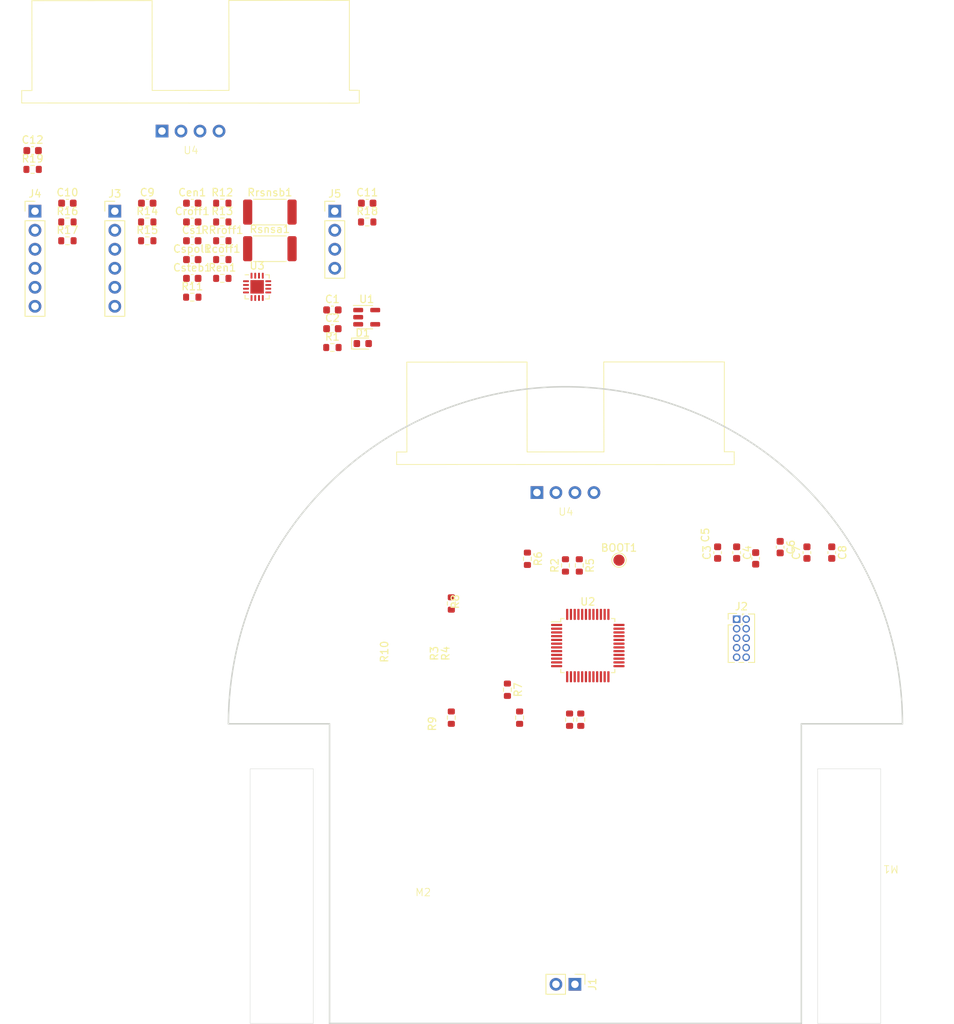
<source format=kicad_pcb>
(kicad_pcb (version 20221018) (generator pcbnew)
  (layers (0 "F.Cu" signal) (31 "B.Cu" signal) (34 "B.Paste" user) (35 "F.Paste" user) (36 "B.SilkS" user "B.Silkscreen") (37 "F.SilkS" user "F.Silkscreen") (38 "B.Mask" user) (39 "F.Mask" user) (44 "Edge.Cuts" user))
  (net 0 "")
  (net 1 "+3.3V")
  (net 2 "GND")
  (net 3 "+BATT")
  (net 4 "Net-(D1-K)")
  (net 5 "/mcu/IN_B2")
  (net 6 "Net-(U3-EN{slash}FLT)")
  (net 7 "/mcu/BOOT0")
  (net 8 "Net-(Croff1-Pad1)")
  (net 9 "/mcu/TIM15_CH1")
  (net 10 "Net-(U3-VS)")
  (net 11 "/mcu/TIM15_CH2")
  (net 12 "Net-(U3-STBY{slash}RESET)")
  (net 13 "/mcu/OUT_A4")
  (net 14 "Net-(D1-A)")
  (net 15 "/mcu/OUT_A5")
  (net 16 "/mcu/OUT_B0")
  (net 18 "/mcu/OUT_B1")
  (net 20 "/motorA/MA")
  (net 21 "/mcu/OUT_B9")
  (net 22 "/motorB/MA")
  (net 23 "/mcu/TIM3_CH1")
  (net 24 "/mcu/TIM2_CH1")
  (net 25 "/mcu/TIM3_CH2")
  (net 26 "/mcu/TIM2_CH2")
  (net 27 "/mcu/TIM8_CH2")
  (net 28 "Net-(U4-ECHO)")
  (net 29 "Net-(J5-Pin_3)")
  (net 30 "/external_uart/EXT_UART_RX")
  (net 31 "Net-(U2-PB0)")
  (net 32 "Net-(U2-PB1)")
  (net 33 "Net-(U2-PB6)")
  (net 34 "/mcu/~{RESET}")
  (net 35 "Net-(U2-PB9)")
  (net 36 "Net-(U2-PA2)")
  (net 37 "Net-(U2-PA3)")
  (net 38 "Net-(U2-PA4)")
  (net 39 "Net-(U2-PA5)")
  (net 41 "Net-(U3-REF)")
  (net 42 "/external_uart/EXT_UART_TX")
  (net 43 "Net-(U3-TOFF)")
  (net 45 "Net-(U3-SENSEB)")
  (net 46 "/mcu/SWDIO")
  (net 47 "Net-(U3-SENSEA)")
  (net 49 "/mcu/SWDCLK")
  (net 51 "/mcu/SWO")
  (net 54 "+3V3")
  (footprint "Package_QFP:LQFP-48_7x7mm_P0.5mm" (layer "F.Cu") (at 152.985 89.55)
    (fp_text reference "U2" (at 0 -5.85) (layer "F.SilkS"))
    (fp_text value "STM32F030C8Tx")
    (fp_line (start -3.61 -3.61) (end -3.61 -3.16) (stroke (width 0.12)) (layer "F.SilkS"))
    (fp_line (start -3.61 -3.16) (end -4.9 -3.16) (stroke (width 0.12)) (layer "F.SilkS"))
    (fp_line (start -3.61 3.61) (end -3.61 3.16) (stroke (width 0.12)) (layer "F.SilkS"))
    (fp_line (start -3.16 -3.61) (end -3.61 -3.61) (stroke (width 0.12)) (layer "F.SilkS"))
    (fp_line (start -3.16 3.61) (end -3.61 3.61) (stroke (width 0.12)) (layer "F.SilkS"))
    (fp_line (start 3.16 -3.61) (end 3.61 -3.61) (stroke (width 0.12)) (layer "F.SilkS"))
    (fp_line (start 3.16 3.61) (end 3.61 3.61) (stroke (width 0.12)) (layer "F.SilkS"))
    (fp_line (start 3.61 -3.61) (end 3.61 -3.16) (stroke (width 0.12)) (layer "F.SilkS"))
    (fp_line (start 3.61 3.61) (end 3.61 3.16) (stroke (width 0.12)) (layer "F.SilkS"))
    (pad "1" smd roundrect (at -4.1625 -2.75) (size 1.475 0.3) (layers "F.Cu" "F.Paste" "F.Mask") (net 1 "+3.3V"))
    (pad "2" smd roundrect (at -4.1625 -2.25) (size 1.475 0.3) (layers "F.Cu" "F.Paste" "F.Mask"))
    (pad "3" smd roundrect (at -4.1625 -1.75) (size 1.475 0.3) (layers "F.Cu" "F.Paste" "F.Mask"))
    (pad "4" smd roundrect (at -4.1625 -1.25) (size 1.475 0.3) (layers "F.Cu" "F.Paste" "F.Mask"))
    (pad "5" smd roundrect (at -4.1625 -0.75) (size 1.475 0.3) (layers "F.Cu" "F.Paste" "F.Mask"))
    (pad "6" smd roundrect (at -4.1625 -0.25) (size 1.475 0.3) (layers "F.Cu" "F.Paste" "F.Mask"))
    (pad "7" smd roundrect (at -4.1625 0.25) (size 1.475 0.3) (layers "F.Cu" "F.Paste" "F.Mask") (net 34 "/mcu/~{RESET}"))
    (pad "8" smd roundrect (at -4.1625 0.75) (size 1.475 0.3) (layers "F.Cu" "F.Paste" "F.Mask") (net 3 "+BATT"))
    (pad "9" smd roundrect (at -4.1625 1.25) (size 1.475 0.3) (layers "F.Cu" "F.Paste" "F.Mask") (net 1 "+3.3V"))
    (pad "10" smd roundrect (at -4.1625 1.75) (size 1.475 0.3) (layers "F.Cu" "F.Paste" "F.Mask") (net 24 "/mcu/TIM2_CH1"))
    (pad "11" smd roundrect (at -4.1625 2.25) (size 1.475 0.3) (layers "F.Cu" "F.Paste" "F.Mask") (net 26 "/mcu/TIM2_CH2"))
    (pad "12" smd roundrect (at -4.1625 2.75) (size 1.475 0.3) (layers "F.Cu" "F.Paste" "F.Mask") (net 36 "Net-(U2-PA2)"))
    (pad "13" smd roundrect (at -2.75 4.1625) (size 0.3 1.475) (layers "F.Cu" "F.Paste" "F.Mask") (net 37 "Net-(U2-PA3)"))
    (pad "14" smd roundrect (at -2.25 4.1625) (size 0.3 1.475) (layers "F.Cu" "F.Paste" "F.Mask") (net 38 "Net-(U2-PA4)"))
    (pad "15" smd roundrect (at -1.75 4.1625) (size 0.3 1.475) (layers "F.Cu" "F.Paste" "F.Mask") (net 39 "Net-(U2-PA5)"))
    (pad "16" smd roundrect (at -1.25 4.1625) (size 0.3 1.475) (layers "F.Cu" "F.Paste" "F.Mask") (net 23 "/mcu/TIM3_CH1"))
    (pad "17" smd roundrect (at -0.75 4.1625) (size 0.3 1.475) (layers "F.Cu" "F.Paste" "F.Mask") (net 25 "/mcu/TIM3_CH2"))
    (pad "18" smd roundrect (at -0.25 4.1625) (size 0.3 1.475) (layers "F.Cu" "F.Paste" "F.Mask") (net 31 "Net-(U2-PB0)"))
    (pad "19" smd roundrect (at 0.25 4.1625) (size 0.3 1.475) (layers "F.Cu" "F.Paste" "F.Mask") (net 32 "Net-(U2-PB1)"))
    (pad "20" smd roundrect (at 0.75 4.1625) (size 0.3 1.475) (layers "F.Cu" "F.Paste" "F.Mask") (net 5 "/mcu/IN_B2"))
    (pad "21" smd roundrect (at 1.25 4.1625) (size 0.3 1.475) (layers "F.Cu" "F.Paste" "F.Mask"))
    (pad "22" smd roundrect (at 1.75 4.1625) (size 0.3 1.475) (layers "F.Cu" "F.Paste" "F.Mask"))
    (pad "23" smd roundrect (at 2.25 4.1625) (size 0.3 1.475) (layers "F.Cu" "F.Paste" "F.Mask") (net 3 "+BATT"))
    (pad "24" smd roundrect (at 2.75 4.1625) (size 0.3 1.475) (layers "F.Cu" "F.Paste" "F.Mask") (net 1 "+3.3V"))
    (pad "25" smd roundrect (at 4.1625 2.75) (size 1.475 0.3) (layers "F.Cu" "F.Paste" "F.Mask"))
    (pad "26" smd roundrect (at 4.1625 2.25) (size 1.475 0.3) (layers "F.Cu" "F.Paste" "F.Mask"))
    (pad "27" smd roundrect (at 4.1625 1.75) (size 1.475 0.3) (layers "F.Cu" "F.Paste" "F.Mask"))
    (pad "28" smd roundrect (at 4.1625 1.25) (size 1.475 0.3) (layers "F.Cu" "F.Paste" "F.Mask"))
    (pad "29" smd roundrect (at 4.1625 0.75) (size 1.475 0.3) (layers "F.Cu" "F.Paste" "F.Mask"))
    (pad "30" smd roundrect (at 4.1625 0.25) (size 1.475 0.3) (layers "F.Cu" "F.Paste" "F.Mask"))
    (pad "31" smd roundrect (at 4.1625 -0.25) (size 1.475 0.3) (layers "F.Cu" "F.Paste" "F.Mask"))
    (pad "32" smd roundrect (at 4.1625 -0.75) (size 1.475 0.3) (layers "F.Cu" "F.Paste" "F.Mask"))
    (pad "33" smd roundrect (at 4.1625 -1.25) (size 1.475 0.3) (layers "F.Cu" "F.Paste" "F.Mask"))
    (pad "34" smd roundrect (at 4.1625 -1.75) (size 1.475 0.3) (layers "F.Cu" "F.Paste" "F.Mask") (net 46 "/mcu/SWDIO"))
    (pad "35" smd roundrect (at 4.1625 -2.25) (size 1.475 0.3) (layers "F.Cu" "F.Paste" "F.Mask"))
    (pad "36" smd roundrect (at 4.1625 -2.75) (size 1.475 0.3) (layers "F.Cu" "F.Paste" "F.Mask"))
    (pad "37" smd roundrect (at 2.75 -4.1625) (size 0.3 1.475) (layers "F.Cu" "F.Paste" "F.Mask") (net 49 "/mcu/SWDCLK"))
    (pad "38" smd roundrect (at 2.25 -4.1625) (size 0.3 1.475) (layers "F.Cu" "F.Paste" "F.Mask"))
    (pad "39" smd roundrect (at 1.75 -4.1625) (size 0.3 1.475) (layers "F.Cu" "F.Paste" "F.Mask") (net 51 "/mcu/SWO"))
    (pad "40" smd roundrect (at 1.25 -4.1625) (size 0.3 1.475) (layers "F.Cu" "F.Paste" "F.Mask"))
    (pad "41" smd roundrect (at 0.75 -4.1625) (size 0.3 1.475) (layers "F.Cu" "F.Paste" "F.Mask"))
    (pad "42" smd roundrect (at 0.25 -4.1625) (size 0.3 1.475) (layers "F.Cu" "F.Paste" "F.Mask") (net 33 "Net-(U2-PB6)"))
    (pad "43" smd roundrect (at -0.25 -4.1625) (size 0.3 1.475) (layers "F.Cu" "F.Paste" "F.Mask") (net 42 "/external_uart/EXT_UART_TX"))
    (pad "44" smd roundrect (at -0.75 -4.1625) (size 0.3 1.475) (layers "F.Cu" "F.Paste" "F.Mask") (net 7 "/mcu/BOOT0"))
    (pad "45" smd roundrect (at -1.25 -4.1625) (size 0.3 1.475) (layers "F.Cu" "F.Paste" "F.Mask") (net 27 "/mcu/TIM8_CH2"))
    (pad "46" smd roundrect (at -1.75 -4.1625) (size 0.3 1.475) (layers "F.Cu" "F.Paste" "F.Mask") (net 35 "Net-(U2-PB9)"))
    (pad "47" smd roundrect (at -2.25 -4.1625) (size 0.3 1.475) (layers "F.Cu" "F.Paste" "F.Mask") (net 3 "+BATT"))
    (pad "48" smd roundrect (at -2.75 -4.1625) (size 0.3 1.475) (layers "F.Cu" "F.Paste" "F.Mask") (net 1 "+3.3V"))
  )
  (footprint "Resistor_SMD:R_0603_1608Metric" (layer "F.Cu") (at 150 78.855 90)
    (fp_text reference "R2" (at 0 -1.43 90) (layer "F.SilkS"))
    (fp_text value "10k")
    (fp_line (start -0.237258 -0.5225) (end 0.237258 -0.5225) (stroke (width 0.12)) (layer "F.SilkS"))
    (fp_line (start -0.237258 0.5225) (end 0.237258 0.5225) (stroke (width 0.12)) (layer "F.SilkS"))
    (pad "1" smd roundrect (at -0.825 0 90) (size 0.8 0.95) (layers "F.Cu" "F.Paste" "F.Mask") (net 7 "/mcu/BOOT0"))
    (pad "2" smd roundrect (at 0.825 0 90) (size 0.8 0.95) (layers "F.Cu" "F.Paste" "F.Mask") (net 3 "+BATT"))
  )
  (footprint "minimouse:N20_with_encoder" (layer "F.Cu") (at 131 123)
    (fp_text reference "M2" (at 0 -0.5 unlocked) (layer "F.SilkS") (effects (font (thickness 0.1))))
    (fp_text value "N20_encoder")
    (fp_rect (start -23.1 -17) (end -14.67 17) (stroke (width 0.05)) (fill none) (layer "Edge.Cuts"))
    (pad "" np_thru_hole circle locked (at 0 -9) (size 1 1) (drill 2.2) (layers "F&B.Cu" "*.Mask"))
    (pad "" np_thru_hole circle locked (at 0 9) (size 1 1) (drill 2.2) (layers "F&B.Cu" "*.Mask"))
  )
  (footprint "Capacitor_SMD:C_0603_1608Metric" (layer "F.Cu") (at 100.1725 35.51)
    (fp_text reference "Cs1" (at 0 -1.43) (layer "F.SilkS"))
    (fp_text value "2.2uF")
    (fp_line (start -0.14058 -0.51) (end 0.14058 -0.51) (stroke (width 0.12)) (layer "F.SilkS"))
    (fp_line (start -0.14058 0.51) (end 0.14058 0.51) (stroke (width 0.12)) (layer "F.SilkS"))
    (pad "1" smd roundrect (at -0.775 0) (size 0.9 0.95) (layers "F.Cu" "F.Paste" "F.Mask") (net 10 "Net-(U3-VS)"))
    (pad "2" smd roundrect (at 0.775 0) (size 0.9 0.95) (layers "F.Cu" "F.Paste" "F.Mask") (net 3 "+BATT"))
  )
  (footprint "TestPoint:TestPoint_Pad_D1.5mm" (layer "F.Cu") (at 157.15 78.15)
    (fp_text reference "BOOT1" (at 0 -1.648) (layer "F.SilkS"))
    (fp_text value "TestPoint")
    (fp_circle (center 0 0) (end 0 0.95) (stroke (width 0.12)) (fill none) (layer "F.SilkS"))
    (pad "1" smd circle (at 0 0) (size 1.5 1.5) (layers "F.Cu" "F.Mask") (net 7 "/mcu/BOOT0"))
  )
  (footprint "Capacitor_SMD:C_0603_1608Metric" (layer "F.Cu") (at 78.8525 23.47)
    (fp_text reference "C12" (at 0 -1.43) (layer "F.SilkS"))
    (fp_text value "2.2uF")
    (fp_line (start -0.14058 -0.51) (end 0.14058 -0.51) (stroke (width 0.12)) (layer "F.SilkS"))
    (fp_line (start -0.14058 0.51) (end 0.14058 0.51) (stroke (width 0.12)) (layer "F.SilkS"))
    (pad "1" smd roundrect (at -0.775 0) (size 0.9 0.95) (layers "F.Cu" "F.Paste" "F.Mask") (net 1 "+3.3V"))
    (pad "2" smd roundrect (at 0.775 0) (size 0.9 0.95) (layers "F.Cu" "F.Paste" "F.Mask") (net 3 "+BATT"))
  )
  (footprint "Resistor_SMD:R_0603_1608Metric" (layer "F.Cu") (at 104.1825 30.49)
    (fp_text reference "R12" (at 0 -1.43) (layer "F.SilkS"))
    (fp_text value "R")
    (fp_line (start -0.237258 -0.5225) (end 0.237258 -0.5225) (stroke (width 0.12)) (layer "F.SilkS"))
    (fp_line (start -0.237258 0.5225) (end 0.237258 0.5225) (stroke (width 0.12)) (layer "F.SilkS"))
    (pad "1" smd roundrect (at -0.825 0) (size 0.8 0.95) (layers "F.Cu" "F.Paste" "F.Mask"))
    (pad "2" smd roundrect (at 0.825 0) (size 0.8 0.95) (layers "F.Cu" "F.Paste" "F.Mask") (net 41 "Net-(U3-REF)"))
  )
  (footprint "Resistor_SMD:R_0603_1608Metric" (layer "F.Cu") (at 134.76 99.175 -90)
    (fp_text reference "R9" (at 0.825 2.54 90) (layer "F.SilkS"))
    (fp_text value "100")
    (fp_line (start -0.237258 -0.5225) (end 0.237258 -0.5225) (stroke (width 0.12)) (layer "F.SilkS"))
    (fp_line (start -0.237258 0.5225) (end 0.237258 0.5225) (stroke (width 0.12)) (layer "F.SilkS"))
    (pad "1" smd roundrect (at -0.825 0 270) (size 0.8 0.95) (layers "F.Cu" "F.Paste" "F.Mask") (net 38 "Net-(U2-PA4)"))
    (pad "2" smd roundrect (at 0.825 0 270) (size 0.8 0.95) (layers "F.Cu" "F.Paste" "F.Mask") (net 13 "/mcu/OUT_A4"))
  )
  (footprint "Connector_PinHeader_2.54mm:PinHeader_1x06_P2.54mm_Vertical" (layer "F.Cu") (at 89.8325 31.56)
    (fp_text reference "J3" (at 0 -2.33) (layer "F.SilkS"))
    (fp_text value "Conn_01x06")
    (fp_line (start -1.33 -1.33) (end 0 -1.33) (stroke (width 0.12)) (layer "F.SilkS"))
    (fp_line (start -1.33 0) (end -1.33 -1.33) (stroke (width 0.12)) (layer "F.SilkS"))
    (fp_line (start -1.33 1.27) (end -1.33 14.03) (stroke (width 0.12)) (layer "F.SilkS"))
    (fp_line (start -1.33 1.27) (end 1.33 1.27) (stroke (width 0.12)) (layer "F.SilkS"))
    (fp_line (start -1.33 14.03) (end 1.33 14.03) (stroke (width 0.12)) (layer "F.SilkS"))
    (fp_line (start 1.33 1.27) (end 1.33 14.03) (stroke (width 0.12)) (layer "F.SilkS"))
    (pad "1" thru_hole rect (at 0 0) (size 1.7 1.7) (drill 1) (layers "*.Cu" "*.Mask") (net 20 "/motorA/MA"))
    (pad "2" thru_hole oval (at 0 2.54) (size 1.7 1.7) (drill 1) (layers "*.Cu" "*.Mask") (net 3 "+BATT"))
    (pad "3" thru_hole oval (at 0 5.08) (size 1.7 1.7) (drill 1) (layers "*.Cu" "*.Mask") (net 3 "+BATT"))
    (pad "4" thru_hole oval (at 0 7.62) (size 1.7 1.7) (drill 1) (layers "*.Cu" "*.Mask") (net 3 "+BATT"))
    (pad "5" thru_hole oval (at 0 10.16) (size 1.7 1.7) (drill 1) (layers "*.Cu" "*.Mask") (net 3 "+BATT"))
    (pad "6" thru_hole oval (at 0 12.7) (size 1.7 1.7) (drill 1) (layers "*.Cu" "*.Mask") (net 3 "+BATT"))
  )
  (footprint "Capacitor_SMD:C_0603_1608Metric" (layer "F.Cu") (at 182.245 77.14 90)
    (fp_text reference "C7" (at 0 -1.43 90) (layer "F.SilkS"))
    (fp_text value "0.1uF")
    (fp_line (start -0.14058 -0.51) (end 0.14058 -0.51) (stroke (width 0.12)) (layer "F.SilkS"))
    (fp_line (start -0.14058 0.51) (end 0.14058 0.51) (stroke (width 0.12)) (layer "F.SilkS"))
    (pad "1" smd roundrect (at -0.775 0 90) (size 0.9 0.95) (layers "F.Cu" "F.Paste" "F.Mask") (net 1 "+3.3V"))
    (pad "2" smd roundrect (at 0.775 0 90) (size 0.9 0.95) (layers "F.Cu" "F.Paste" "F.Mask") (net 3 "+BATT"))
  )
  (footprint "Capacitor_SMD:C_0603_1608Metric" (layer "F.Cu") (at 118.8825 44.74)
    (fp_text reference "C1" (at 0 -1.43) (layer "F.SilkS"))
    (fp_text value "C")
    (fp_line (start -0.14058 -0.51) (end 0.14058 -0.51) (stroke (width 0.12)) (layer "F.SilkS"))
    (fp_line (start -0.14058 0.51) (end 0.14058 0.51) (stroke (width 0.12)) (layer "F.SilkS"))
    (pad "1" smd roundrect (at -0.775 0) (size 0.9 0.95) (layers "F.Cu" "F.Paste" "F.Mask") (net 3 "+BATT"))
    (pad "2" smd roundrect (at 0.775 0) (size 0.9 0.95) (layers "F.Cu" "F.Paste" "F.Mask") (net 4 "Net-(D1-K)"))
  )
  (footprint "Resistor_SMD:R_0603_1608Metric" (layer "F.Cu") (at 144.92 77.965 -90)
    (fp_text reference "R6" (at 0 -1.43 90) (layer "F.SilkS"))
    (fp_text value "100")
    (fp_line (start -0.237258 -0.5225) (end 0.237258 -0.5225) (stroke (width 0.12)) (layer "F.SilkS"))
    (fp_line (start -0.237258 0.5225) (end 0.237258 0.5225) (stroke (width 0.12)) (layer "F.SilkS"))
    (pad "1" smd roundrect (at -0.825 0 270) (size 0.8 0.95) (layers "F.Cu" "F.Paste" "F.Mask") (net 21 "/mcu/OUT_B9"))
    (pad "2" smd roundrect (at 0.825 0 270) (size 0.8 0.95) (layers "F.Cu" "F.Paste" "F.Mask") (net 35 "Net-(U2-PB9)"))
  )
  (footprint "minimouse:HC-SR04" (layer "F.Cu") (at 150 69.125)
    (fp_text reference "U4" (at 0.06 2.57 unlocked) (layer "F.SilkS") (effects (font (thickness 0.1))))
    (fp_text value "HC-SR04")
    (fp_line (start -22.54 -5.41) (end -22.54 -3.75) (stroke (width 0.1)) (layer "F.SilkS"))
    (fp_line (start -22.54 -3.75) (end 22.54 -3.73) (stroke (width 0.1)) (layer "F.SilkS"))
    (fp_line (start -21.18 -17.41) (end -21.17 -5.41) (stroke (width 0.1)) (layer "F.SilkS"))
    (fp_line (start -21.17 -5.41) (end -22.54 -5.41) (stroke (width 0.1)) (layer "F.SilkS"))
    (fp_line (start -5.13 -17.42) (end -21.18 -17.41) (stroke (width 0.1)) (layer "F.SilkS"))
    (fp_line (start -5.12 -5.42) (end -5.13 -17.42) (stroke (width 0.1)) (layer "F.SilkS"))
    (fp_line (start 5.12 -17.44) (end 5.14 -5.43) (stroke (width 0.1)) (layer "F.SilkS"))
    (fp_line (start 5.14 -5.43) (end -5.12 -5.42) (stroke (width 0.1)) (layer "F.SilkS"))
    (fp_line (start 21.21 -17.45) (end 5.12 -17.44) (stroke (width 0.1)) (layer "F.SilkS"))
    (fp_line (start 21.21 -5.45) (end 21.21 -17.45) (stroke (width 0.1)) (layer "F.SilkS"))
    (fp_line (start 22.53 -5.45) (end 21.21 -5.45) (stroke (width 0.1)) (layer "F.SilkS"))
    (fp_line (start 22.54 -3.73) (end 22.53 -5.45) (stroke (width 0.1)) (layer "F.SilkS"))
    (pad "1" thru_hole rect locked (at -3.81 0 90) (size 1.7 1.7) (drill 1) (layers "*.Cu" "*.Mask") (net 2 "GND"))
    (pad "2" thru_hole oval locked (at -1.27 0 90) (size 1.7 1.7) (drill 1) (layers "*.Cu" "*.Mask") (net 21 "/mcu/OUT_B9"))
    (pad "3" thru_hole oval locked (at 1.27 0 90) (size 1.7 1.7) (drill 1) (layers "*.Cu" "*.Mask") (net 28 "Net-(U4-ECHO)"))
    (pad "4" thru_hole oval locked (at 3.81 0 90) (size 1.7 1.7) (drill 1) (layers "*.Cu" "*.Mask") (net 54 "+3V3"))
  )
  (footprint "Capacitor_SMD:C_0603_1608Metric" (layer "F.Cu") (at 185.56 77.14 -90)
    (fp_text reference "C8" (at 0 -1.43 -270) (layer "F.SilkS"))
    (fp_text value "0.1uF")
    (fp_line (start -0.14058 -0.51) (end 0.14058 -0.51) (stroke (width 0.12)) (layer "F.SilkS"))
    (fp_line (start -0.14058 0.51) (end 0.14058 0.51) (stroke (width 0.12)) (layer "F.SilkS"))
    (pad "1" smd roundrect (at -0.775 0 270) (size 0.9 0.95) (layers "F.Cu" "F.Paste" "F.Mask") (net 1 "+3.3V"))
    (pad "2" smd roundrect (at 0.775 0 270) (size 0.9 0.95) (layers "F.Cu" "F.Paste" "F.Mask") (net 3 "+BATT"))
  )
  (footprint "Resistor_SMD:R_2512_6332Metric" (layer "F.Cu") (at 110.5325 31.68)
    (fp_text reference "Rrsnsb1" (at 0 -2.62) (layer "F.SilkS"))
    (fp_text value "330mohm")
    (fp_line (start -2.177064 -1.71) (end 2.177064 -1.71) (stroke (width 0.12)) (layer "F.SilkS"))
    (fp_line (start -2.177064 1.71) (end 2.177064 1.71) (stroke (width 0.12)) (layer "F.SilkS"))
    (pad "1" smd roundrect (at -2.9625 0) (size 1.225 3.35) (layers "F.Cu" "F.Paste" "F.Mask") (roundrect_rratio 0.204082) (net 45 "Net-(U3-SENSEB)"))
    (pad "2" smd roundrect (at 2.9625 0) (size 1.225 3.35) (layers "F.Cu" "F.Paste" "F.Mask") (roundrect_rratio 0.204082) (net 3 "+BATT"))
  )
  (footprint "minimouse:N20_with_encoder" (layer "F.Cu") (at 169 123 180)
    (fp_text reference "M1" (at -24.45 3.6 180 unlocked) (layer "F.SilkS") (effects (font (thickness 0.1))))
    (fp_text value "N20_encoder")
    (fp_rect (start -23.1 -17) (end -14.67 17) (stroke (width 0.05)) (fill none) (layer "Edge.Cuts"))
    (pad "" np_thru_hole circle locked (at 0 -9 180) (size 1 1) (drill 2.2) (layers "F&B.Cu" "*.Mask"))
    (pad "" np_thru_hole circle locked (at 0 9 180) (size 1 1) (drill 2.2) (layers "F&B.Cu" "*.Mask"))
  )
  (footprint "Capacitor_SMD:C_0603_1608Metric" (layer "F.Cu") (at 118.8825 47.25)
    (fp_text reference "C2" (at 0 -1.43) (layer "F.SilkS"))
    (fp_text value "C")
    (fp_line (start -0.14058 -0.51) (end 0.14058 -0.51) (stroke (width 0.12)) (layer "F.SilkS"))
    (fp_line (start -0.14058 0.51) (end 0.14058 0.51) (stroke (width 0.12)) (layer "F.SilkS"))
    (pad "1" smd roundrect (at -0.775 0) (size 0.9 0.95) (layers "F.Cu" "F.Paste" "F.Mask") (net 1 "+3.3V"))
    (pad "2" smd roundrect (at 0.775 0) (size 0.9 0.95) (layers "F.Cu" "F.Paste" "F.Mask") (net 4 "Net-(D1-K)"))
  )
  (footprint "Connector_PinHeader_2.54mm:PinHeader_1x02_P2.54mm_Vertical" (layer "F.Cu") (at 151.27 134.775 -90)
    (fp_text reference "J1" (at 0 -2.33 90) (layer "F.SilkS"))
    (fp_text value "Conn_01x02")
    (fp_line (start -1.33 -1.33) (end 0 -1.33) (stroke (width 0.12)) (layer "F.SilkS"))
    (fp_line (start -1.33 0) (end -1.33 -1.33) (stroke (width 0.12)) (layer "F.SilkS"))
    (fp_line (start -1.33 1.27) (end -1.33 3.87) (stroke (width 0.12)) (layer "F.SilkS"))
    (fp_line (start -1.33 1.27) (end 1.33 1.27) (stroke (width 0.12)) (layer "F.SilkS"))
    (fp_line (start -1.33 3.87) (end 1.33 3.87) (stroke (width 0.12)) (layer "F.SilkS"))
    (fp_line (start 1.33 1.27) (end 1.33 3.87) (stroke (width 0.12)) (layer "F.SilkS"))
    (pad "1" thru_hole rect locked (at 0 0 270) (size 1.7 1.7) (drill 1) (layers "*.Cu" "*.Mask") (net 3 "+BATT"))
    (pad "2" thru_hole oval locked (at 0 2.54 270) (size 1.7 1.7) (drill 1) (layers "*.Cu" "*.Mask") (net 3 "+BATT"))
  )
  (footprint "Package_DFN_QFN:VQFN-16-1EP_3x3mm_P0.5mm_EP1.8x1.8mm" (layer "F.Cu") (at 108.8325 41.66)
    (fp_text reference "U3" (at 0 -2.82) (layer "F.SilkS"))
    (fp_text value "STSPIN240")
    (fp_line (start -1.61 1.61) (end -1.61 1.135) (stroke (width 0.12)) (layer "F.SilkS"))
    (fp_line (start -1.135 -1.61) (end -1.61 -1.61) (stroke (width 0.12)) (layer "F.SilkS"))
    (fp_line (start -1.135 1.61) (end -1.61 1.61) (stroke (width 0.12)) (layer "F.SilkS"))
    (fp_line (start 1.135 -1.61) (end 1.61 -1.61) (stroke (width 0.12)) (layer "F.SilkS"))
    (fp_line (start 1.135 1.61) (end 1.61 1.61) (stroke (width 0.12)) (layer "F.SilkS"))
    (fp_line (start 1.61 -1.61) (end 1.61 -1.135) (stroke (width 0.12)) (layer "F.SilkS"))
    (fp_line (start 1.61 1.61) (end 1.61 1.135) (stroke (width 0.12)) (layer "F.SilkS"))
    (pad "1" smd roundrect (at -1.4875 -0.75) (size 0.775 0.25) (layers "F.Cu" "F.Paste" "F.Mask") (net 13 "/mcu/OUT_A4"))
    (pad "2" smd roundrect (at -1.4875 -0.25) (size 0.775 0.25) (layers "F.Cu" "F.Paste" "F.Mask") (net 9 "/mcu/TIM15_CH1"))
    (pad "3" smd roundrect (at -1.4875 0.25) (size 0.775 0.25) (layers "F.Cu" "F.Paste" "F.Mask") (net 22 "/motorB/MA"))
    (pad "4" smd roundrect (at -1.4875 0.75) (size 0.775 0.25) (layers "F.Cu" "F.Paste" "F.Mask") (net 47 "Net-(U3-SENSEA)"))
    (pad "5" smd roundrect (at -0.75 1.4875) (size 0.25 0.775) (layers "F.Cu" "F.Paste" "F.Mask") (net 3 "+BATT"))
    (pad "6" smd roundrect (at -0.25 1.4875) (size 0.25 0.775) (layers "F.Cu" "F.Paste" "F.Mask") (net 10 "Net-(U3-VS)"))
    (pad "7" smd roundrect (at 0.25 1.4875) (size 0.25 0.775) (layers "F.Cu" "F.Paste" "F.Mask") (net 3 "+BATT"))
    (pad "8" smd roundrect (at 0.75 1.4875) (size 0.25 0.775) (layers "F.Cu" "F.Paste" "F.Mask") (net 3 "+BATT"))
    (pad "9" smd roundrect (at 1.4875 0.75) (size 0.775 0.25) (layers "F.Cu" "F.Paste" "F.Mask") (net 45 "Net-(U3-SENSEB)"))
    (pad "10" smd roundrect (at 1.4875 0.25) (size 0.775 0.25) (layers "F.Cu" "F.Paste" "F.Mask") (net 20 "/motorA/MA"))
    (pad "11" smd roundrect (at 1.4875 -0.25) (size 0.775 0.25) (layers "F.Cu" "F.Paste" "F.Mask") (net 41 "Net-(U3-REF)"))
    (pad "12" smd roundrect (at 1.4875 -0.75) (size 0.775 0.25) (layers "F.Cu" "F.Paste" "F.Mask") (net 43 "Net-(U3-TOFF)"))
    (pad "13" smd roundrect (at 0.75 -1.4875) (size 0.25 0.775) (layers "F.Cu" "F.Paste" "F.Mask") (net 6 "Net-(U3-EN{slash}FLT)"))
    (pad "14" smd roundrect (at 0.25 -1.4875) (size 0.25 0.775) (layers "F.Cu" "F.Paste" "F.Mask") (net 12 "Net-(U3-STBY{slash}RESET)"))
    (pad "15" smd roundrect (at -0.25 -1.4875) (size 0.25 0.775) (layers "F.Cu" "F.Paste" "F.Mask") (net 15 "/mcu/OUT_A5"))
    (pad "16" smd roundrect (at -0.75 -1.4875) (size 0.25 0.775) (layers "F.Cu" "F.Paste" "F.Mask") (net 11 "/mcu/TIM15_CH2"))
    (pad "17" smd rect (at 0 0) (size 1.8 1.8) (layers "F.Cu" "F.Mask"))
  )
  (footprint "Resistor_SMD:R_0603_1608Metric" (layer "F.Cu") (at 104.1825 33)
    (fp_text reference "R13" (at 0 -1.43) (layer "F.SilkS"))
    (fp_text value "R")
    (fp_line (start -0.237258 -0.5225) (end 0.237258 -0.5225) (stroke (width 0.12)) (layer "F.SilkS"))
    (fp_line (start -0.237258 0.5225) (end 0.237258 0.5225) (stroke (width 0.12)) (layer "F.SilkS"))
    (pad "1" smd roundrect (at -0.825 0) (size 0.8 0.95) (layers "F.Cu" "F.Paste" "F.Mask") (net 41 "Net-(U3-REF)"))
    (pad "2" smd roundrect (at 0.825 0) (size 0.8 0.95) (layers "F.Cu" "F.Paste" "F.Mask") (net 3 "+BATT"))
  )
  (footprint "Capacitor_SMD:C_0603_1608Metric" (layer "F.Cu") (at 178.67 76.41 -90)
    (fp_text reference "C6" (at 0 -1.43 -270) (layer "F.SilkS"))
    (fp_text value "0.1uF")
    (fp_line (start -0.14058 -0.51) (end 0.14058 -0.51) (stroke (width 0.12)) (layer "F.SilkS"))
    (fp_line (start -0.14058 0.51) (end 0.14058 0.51) (stroke (width 0.12)) (layer "F.SilkS"))
    (pad "1" smd roundrect (at -0.775 0 270) (size 0.9 0.95) (layers "F.Cu" "F.Paste" "F.Mask") (net 1 "+3.3V"))
    (pad "2" smd roundrect (at 0.775 0 270) (size 0.9 0.95) (layers "F.Cu" "F.Paste" "F.Mask") (net 3 "+BATT"))
  )
  (footprint "Resistor_SMD:R_0603_1608Metric" (layer "F.Cu") (at 151.85 78.855 -90)
    (fp_text reference "R5" (at 0 -1.43 90) (layer "F.SilkS"))
    (fp_text value "100")
    (fp_line (start -0.237258 -0.5225) (end 0.237258 -0.5225) (stroke (width 0.12)) (layer "F.SilkS"))
    (fp_line (start -0.237258 0.5225) (end 0.237258 0.5225) (stroke (width 0.12)) (layer "F.SilkS"))
    (pad "1" smd roundrect (at -0.825 0 270) (size 0.8 0.95) (layers "F.Cu" "F.Paste" "F.Mask") (net 30 "/external_uart/EXT_UART_RX"))
    (pad "2" smd roundrect (at 0.825 0 270) (size 0.8 0.95) (layers "F.Cu" "F.Paste" "F.Mask") (net 33 "Net-(U2-PB6)"))
  )
  (footprint "Capacitor_SMD:C_0603_1608Metric" (layer "F.Cu") (at 123.5325 30.49)
    (fp_text reference "C11" (at 0 -1.43) (layer "F.SilkS"))
    (fp_text value "C")
    (fp_line (start -0.14058 -0.51) (end 0.14058 -0.51) (stroke (width 0.12)) (layer "F.SilkS"))
    (fp_line (start -0.14058 0.51) (end 0.14058 0.51) (stroke (width 0.12)) (layer "F.SilkS"))
    (pad "1" smd roundrect (at -0.775 0) (size 0.9 0.95) (layers "F.Cu" "F.Paste" "F.Mask") (net 3 "+BATT"))
    (pad "2" smd roundrect (at 0.775 0) (size 0.9 0.95) (layers "F.Cu" "F.Paste" "F.Mask") (net 3 "+BATT"))
  )
  (footprint "Capacitor_SMD:C_0603_1608Metric" (layer "F.Cu") (at 100.1725 38.02)
    (fp_text reference "Cspol1" (at 0 -1.43) (layer "F.SilkS"))
    (fp_text value "22uF")
    (fp_line (start -0.14058 -0.51) (end 0.14058 -0.51) (stroke (width 0.12)) (layer "F.SilkS"))
    (fp_line (start -0.14058 0.51) (end 0.14058 0.51) (stroke (width 0.12)) (layer "F.SilkS"))
    (pad "1" smd roundrect (at -0.775 0) (size 0.9 0.95) (layers "F.Cu" "F.Paste" "F.Mask") (net 10 "Net-(U3-VS)"))
    (pad "2" smd roundrect (at 0.775 0) (size 0.9 0.95) (layers "F.Cu" "F.Paste" "F.Mask") (net 3 "+BATT"))
  )
  (footprint "Capacitor_SMD:C_0603_1608Metric" (layer "F.Cu") (at 94.1625 30.49)
    (fp_text reference "C9" (at 0 -1.43) (layer "F.SilkS"))
    (fp_text value "2.2 uF")
    (fp_line (start -0.14058 -0.51) (end 0.14058 -0.51) (stroke (width 0.12)) (layer "F.SilkS"))
    (fp_line (start -0.14058 0.51) (end 0.14058 0.51) (stroke (width 0.12)) (layer "F.SilkS"))
    (pad "1" smd roundrect (at -0.775 0) (size 0.9 0.95) (layers "F.Cu" "F.Paste" "F.Mask") (net 3 "+BATT"))
    (pad "2" smd roundrect (at 0.775 0) (size 0.9 0.95) (layers "F.Cu" "F.Paste" "F.Mask") (net 3 "+BATT"))
  )
  (footprint "Connector_PinHeader_2.54mm:PinHeader_1x04_P2.54mm_Vertical" (layer "F.Cu") (at 119.2025 31.56)
    (fp_text reference "J5" (at 0 -2.33) (layer "F.SilkS"))
    (fp_text value "Conn_01x04")
    (fp_line (start -1.33 -1.33) (end 0 -1.33) (stroke (width 0.12)) (layer "F.SilkS"))
    (fp_line (start -1.33 0) (end -1.33 -1.33) (stroke (width 0.12)) (layer "F.SilkS"))
    (fp_line (start -1.33 1.27) (end -1.33 8.95) (stroke (width 0.12)) (layer "F.SilkS"))
    (fp_line (start -1.33 1.27) (end 1.33 1.27) (stroke (width 0.12)) (layer "F.SilkS"))
    (fp_line (start -1.33 8.95) (end 1.33 8.95) (stroke (width 0.12)) (layer "F.SilkS"))
    (fp_line (start 1.33 1.27) (end 1.33 8.95) (stroke (width 0.12)) (layer "F.SilkS"))
    (pad "1" thru_hole rect (at 0 0) (size 1.7 1.7) (drill 1) (layers "*.Cu" "*.Mask") (net 3 "+BATT"))
    (pad "2" thru_hole oval (at 0 2.54) (size 1.7 1.7) (drill 1) (layers "*.Cu" "*.Mask") (net 3 "+BATT"))
    (pad "3" thru_hole oval (at 0 5.08) (size 1.7 1.7) (drill 1) (layers "*.Cu" "*.Mask") (net 29 "Net-(J5-Pin_3)"))
    (pad "4" thru_hole oval (at 0 7.62) (size 1.7 1.7) (drill 1) (layers "*.Cu" "*.Mask") (net 30 "/external_uart/EXT_UART_RX"))
  )
  (footprint "Resistor_SMD:R_0603_1608Metric" (layer "F.Cu") (at 152.05 99.45 90)
    (fp_text reference "R4" (at 8.85 -18.05 90) (layer "F.SilkS"))
    (fp_text value "100")
    (fp_line (start -0.237258 -0.5225) (end 0.237258 -0.5225) (stroke (width 0.12)) (layer "F.SilkS"))
    (fp_line (start -0.237258 0.5225) (end 0.237258 0.5225) (stroke (width 0.12)) (layer "F.SilkS"))
    (pad "1" smd roundrect (at -0.825 0 90) (size 0.8 0.95) (layers "F.Cu" "F.Paste" "F.Mask") (net 18 "/mcu/OUT_B1"))
    (pad "2" smd roundrect (at 0.825 0 90) (size 0.8 0.95) (layers "F.Cu" "F.Paste" "F.Mask") (net 32 "Net-(U2-PB1)"))
  )
  (footprint "Resistor_SMD:R_0603_1608Metric" (layer "F.Cu") (at 142.25 95.45 -90)
    (fp_text reference "R7" (at 0 -1.43 -270) (layer "F.SilkS"))
    (fp_text value "100")
    (fp_line (start -0.237258 -0.5225) (end 0.237258 -0.5225) (stroke (width 0.12)) (layer "F.SilkS"))
    (fp_line (start -0.237258 0.5225) (end 0.237258 0.5225) (stroke (width 0.12)) (layer "F.SilkS"))
    (pad "1" smd roundrect (at -0.825 0 270) (size 0.8 0.95) (layers "F.Cu" "F.Paste" "F.Mask") (net 36 "Net-(U2-PA2)"))
    (pad "2" smd roundrect (at 0.825 0 270) (size 0.8 0.95) (layers "F.Cu" "F.Paste" "F.Mask") (net 9 "/mcu/TIM15_CH1"))
  )
  (footprint "Resistor_SMD:R_0603_1608Metric" (layer "F.Cu") (at 100.1725 43.04)
    (fp_text reference "R11" (at 0 -1.43) (layer "F.SilkS"))
    (fp_text value "18Kohm")
    (fp_line (start -0.237258 -0.5225) (end 0.237258 -0.5225) (stroke (width 0.12)) (layer "F.SilkS"))
    (fp_line (start -0.237258 0.5225) (end 0.237258 0.5225) (stroke (width 0.12)) (layer "F.SilkS"))
    (pad "1" smd roundrect (at -0.825 0) (size 0.8 0.95) (layers "F.Cu" "F.Paste" "F.Mask") (net 1 "+3.3V"))
    (pad "2" smd roundrect (at 0.825 0) (size 0.8 0.95) (layers "F.Cu" "F.Paste" "F.Mask") (net 12 "Net-(U3-STBY{slash}RESET)"))
  )
  (footprint "Resistor_SMD:R_0603_1608Metric" (layer "F.Cu") (at 104.1825 38.02)
    (fp_text reference "Rcoff1" (at 0 -1.43) (layer "F.SilkS"))
    (fp_text value "1kohm")
    (fp_line (start -0.237258 -0.5225) (end 0.237258 -0.5225) (stroke (width 0.12)) (layer "F.SilkS"))
    (fp_line (start -0.237258 0.5225) (end 0.237258 0.5225) (stroke (width 0.12)) (layer "F.SilkS"))
    (pad "1" smd roundrect (at -0.825 0) (size 0.8 0.95) (layers "F.Cu" "F.Paste" "F.Mask") (net 43 "Net-(U3-TOFF)"))
    (pad "2" smd roundrect (at 0.825 0) (size 0.8 0.95) (layers "F.Cu" "F.Paste" "F.Mask") (net 8 "Net-(Croff1-Pad1)"))
  )
  (footprint "Capacitor_SMD:C_0603_1608Metric" (layer "F.Cu") (at 83.5025 30.49)
    (fp_text reference "C10" (at 0 -1.43) (layer "F.SilkS"))
    (fp_text value "2.2 uF")
    (fp_line (start -0.14058 -0.51) (end 0.14058 -0.51) (stroke (width 0.12)) (layer "F.SilkS"))
    (fp_line (start -0.14058 0.51) (end 0.14058 0.51) (stroke (width 0.12)) (layer "F.SilkS"))
    (pad "1" smd roundrect (at -0.775 0) (size 0.9 0.95) (layers "F.Cu" "F.Paste" "F.Mask") (net 3 "+BATT"))
    (pad "2" smd roundrect (at 0.775 0) (size 0.9 0.95) (layers "F.Cu" "F.Paste" "F.Mask") (net 3 "+BATT"))
  )
  (footprint "Resistor_SMD:R_0603_1608Metric" (layer "F.Cu") (at 94.1625 33)
    (fp_text reference "R14" (at 0 -1.43) (layer "F.SilkS"))
    (fp_text value "100")
    (fp_line (start -0.237258 -0.5225) (end 0.237258 -0.5225) (stroke (width 0.12)) (layer "F.SilkS"))
    (fp_line (start -0.237258 0.5225) (end 0.237258 0.5225) (stroke (width 0.12)) (layer "F.SilkS"))
    (pad "1" smd roundrect (at -0.825 0) (size 0.8 0.95) (layers "F.Cu" "F.Paste" "F.Mask") (net 23 "/mcu/TIM3_CH1"))
    (pad "2" smd roundrect (at 0.825 0) (size 0.8 0.95) (layers "F.Cu" "F.Paste" "F.Mask") (net 3 "+BATT"))
  )
  (footprint "Connector_PinHeader_2.54mm:PinHeader_1x06_P2.54mm_Vertical" (layer "F.Cu") (at 79.1725 31.56)
    (fp_text reference "J4" (at 0 -2.33) (layer "F.SilkS"))
    (fp_text value "Conn_01x06")
    (fp_line (start -1.33 -1.33) (end 0 -1.33) (stroke (width 0.12)) (layer "F.SilkS"))
    (fp_line (start -1.33 0) (end -1.33 -1.33) (stroke (width 0.12)) (layer "F.SilkS"))
    (fp_line (start -1.33 1.27) (end -1.33 14.03) (stroke (width 0.12)) (layer "F.SilkS"))
    (fp_line (start -1.33 1.27) (end 1.33 1.27) (stroke (width 0.12)) (layer "F.SilkS"))
    (fp_line (start -1.33 14.03) (end 1.33 14.03) (stroke (width 0.12)) (layer "F.SilkS"))
    (fp_line (start 1.33 1.27) (end 1.33 14.03) (stroke (width 0.12)) (layer "F.SilkS"))
    (pad "1" thru_hole rect (at 0 0) (size 1.7 1.7) (drill 1) (layers "*.Cu" "*.Mask") (net 22 "/motorB/MA"))
    (pad "2" thru_hole oval (at 0 2.54) (size 1.7 1.7) (drill 1) (layers "*.Cu" "*.Mask") (net 3 "+BATT"))
    (pad "3" thru_hole oval (at 0 5.08) (size 1.7 1.7) (drill 1) (layers "*.Cu" "*.Mask") (net 3 "+BATT"))
    (pad "4" thru_hole oval (at 0 7.62) (size 1.7 1.7) (drill 1) (layers "*.Cu" "*.Mask") (net 3 "+BATT"))
    (pad "5" thru_hole oval (at 0 10.16) (size 1.7 1.7) (drill 1) (layers "*.Cu" "*.Mask") (net 3 "+BATT"))
    (pad "6" thru_hole oval (at 0 12.7) (size 1.7 1.7) (drill 1) (layers "*.Cu" "*.Mask") (net 3 "+BATT"))
  )
  (footprint "Resistor_SMD:R_2512_6332Metric" (layer "F.Cu") (at 110.5325 36.57)
    (fp_text reference "Rsnsa1" (at 0 -2.62) (layer "F.SilkS"))
    (fp_text value "330mohm")
    (fp_line (start -2.177064 -1.71) (end 2.177064 -1.71) (stroke (width 0.12)) (layer "F.SilkS"))
    (fp_line (start -2.177064 1.71) (end 2.177064 1.71) (stroke (width 0.12)) (layer "F.SilkS"))
    (pad "1" smd roundrect (at -2.9625 0) (size 1.225 3.35) (layers "F.Cu" "F.Paste" "F.Mask") (roundrect_rratio 0.204082) (net 47 "Net-(U3-SENSEA)"))
    (pad "2" smd roundrect (at 2.9625 0) (size 1.225 3.35) (layers "F.Cu" "F.Paste" "F.Mask") (roundrect_rratio 0.204082) (net 3 "+BATT"))
  )
  (footprint "Capacitor_SMD:C_0603_1608Metric" (layer "F.Cu") (at 100.1725 33)
    (fp_text reference "Croff1" (at 0 -1.43) (layer "F.SilkS"))
    (fp_text value "22nF")
    (fp_line (start -0.14058 -0.51) (end 0.14058 -0.51) (stroke (width 0.12)) (layer "F.SilkS"))
    (fp_line (start -0.14058 0.51) (end 0.14058 0.51) (stroke (width 0.12)) (layer "F.SilkS"))
    (pad "1" smd roundrect (at -0.775 0) (size 0.9 0.95) (layers "F.Cu" "F.Paste" "F.Mask") (net 8 "Net-(Croff1-Pad1)"))
    (pad "2" smd roundrect (at 0.775 0) (size 0.9 0.95) (layers "F.Cu" "F.Paste" "F.Mask") (net 3 "+BATT"))
  )
  (footprint "Resistor_SMD:R_0603_1608Metric" (layer "F.Cu") (at 134.76 83.935 -90)
    (fp_text reference "R8" (at -0.237258 -0.5225 90) (layer "F.SilkS"))
    (fp_text value "100")
    (fp_line (start -0.237258 -0.5225) (end 0.237258 -0.5225) (stroke (width 0.12)) (layer "F.SilkS"))
    (fp_line (start -0.237258 0.5225) (end 0.237258 0.5225) (stroke (width 0.12)) (layer "F.SilkS"))
    (pad "1" smd roundrect (at -0.825 0 270) (size 0.8 0.95) (layers "F.Cu" "F.Paste" "F.Mask") (net 37 "Net-(U2-PA3)"))
    (pad "2" smd roundrect (at 0.825 0 270) (size 0.8 0.95) (layers "F.Cu" "F.Paste" "F.Mask") (net 11 "/mcu/TIM15_CH2"))
  )
  (footprint "Capacitor_SMD:C_0603_1608Metric" (layer "F.Cu") (at 175.4 77.915 90)
    (fp_text reference "C5" (at 3.12 -6.7275 90) (layer "F.SilkS"))
    (fp_text value "0.1uF")
    (fp_line (start -0.14058 -0.51) (end 0.14058 -0.51) (stroke (width 0.12)) (layer "F.SilkS"))
    (fp_line (start -0.14058 0.51) (end 0.14058 0.51) (stroke (width 0.12)) (layer "F.SilkS"))
    (pad "1" smd roundrect (at -0.775 0 90) (size 0.9 0.95) (layers "F.Cu" "F.Paste" "F.Mask") (net 1 "+3.3V"))
    (pad "2" smd roundrect (at 0.775 0 90) (size 0.9 0.95) (layers "F.Cu" "F.Paste" "F.Mask") (net 3 "+BATT"))
  )
  (footprint "Capacitor_SMD:C_0603_1608Metric" (layer "F.Cu") (at 172.86 77.14 -90)
    (fp_text reference "C4" (at 0 -1.43 -270) (layer "F.SilkS"))
    (fp_text value "2.2uF")
    (fp_line (start -0.14058 -0.51) (end 0.14058 -0.51) (stroke (width 0.12)) (layer "F.SilkS"))
    (fp_line (start -0.14058 0.51) (end 0.14058 0.51) (stroke (width 0.12)) (layer "F.SilkS"))
    (pad "1" smd roundrect (at -0.775 0 270) (size 0.9 0.95) (layers "F.Cu" "F.Paste" "F.Mask") (net 1 "+3.3V"))
    (pad "2" smd roundrect (at 0.775 0 270) (size 0.9 0.95) (layers "F.Cu" "F.Paste" "F.Mask") (net 3 "+BATT"))
  )
  (footprint "Resistor_SMD:R_0603_1608Metric" (layer "F.Cu") (at 83.5025 33)
    (fp_text reference "R16" (at 0 -1.43) (layer "F.SilkS"))
    (fp_text value "100")
    (fp_line (start -0.237258 -0.5225) (end 0.237258 -0.5225) (stroke (width 0.12)) (layer "F.SilkS"))
    (fp_line (start -0.237258 0.5225) (end 0.237258 0.5225) (stroke (width 0.12)) (layer "F.SilkS"))
    (pad "1" smd roundrect (at -0.825 0) (size 0.8 0.95) (layers "F.Cu" "F.Paste" "F.Mask") (net 24 "/mcu/TIM2_CH1"))
    (pad "2" smd roundrect (at 0.825 0) (size 0.8 0.95) (layers "F.Cu" "F.Paste" "F.Mask") (net 3 "+BATT"))
  )
  (footprint "Resistor_SMD:R_0603_1608Metric" (layer "F.Cu") (at 143.88 99.175 -90)
    (fp_text reference "R10" (at -8.8 18.05 90) (layer "F.SilkS"))
    (fp_text value "100")
    (fp_line (start -0.237258 -0.5225) (end 0.237258 -0.5225) (stroke (width 0.12)) (layer "F.SilkS"))
    (fp_line (start -0.237258 0.5225) (end 0.237258 0.5225) (stroke (width 0.12)) (layer "F.SilkS"))
    (pad "1" smd roundrect (at -0.825 0 270) (size 0.8 0.95) (layers "F.Cu" "F.Paste" "F.Mask") (net 39 "Net-(U2-PA5)"))
    (pad "2" smd roundrect (at 0.825 0 270) (size 0.8 0.95) (layers "F.Cu" "F.Paste" "F.Mask") (net 15 "/mcu/OUT_A5"))
  )
  (footprint "Capacitor_SMD:C_0603_1608Metric" (layer "F.Cu") (at 100.1725 30.49)
    (fp_text reference "Cen1" (at 0 -1.43) (layer "F.SilkS"))
    (fp_text value "10nF")
    (fp_line (start -0.14058 -0.51) (end 0.14058 -0.51) (stroke (width 0.12)) (layer "F.SilkS"))
    (fp_line (start -0.14058 0.51) (end 0.14058 0.51) (stroke (width 0.12)) (layer "F.SilkS"))
    (pad "1" smd roundrect (at -0.775 0) (size 0.9 0.95) (layers "F.Cu" "F.Paste" "F.Mask") (net 6 "Net-(U3-EN{slash}FLT)"))
    (pad "2" smd roundrect (at 0.775 0) (size 0.9 0.95) (layers "F.Cu" "F.Paste" "F.Mask") (net 3 "+BATT"))
  )
  (footprint "Resistor_SMD:R_0603_1608Metric" (layer "F.Cu") (at 104.1825 40.53)
    (fp_text reference "Ren1" (at 0 -1.43) (layer "F.SilkS"))
    (fp_text value "18kohm")
    (fp_line (start -0.237258 -0.5225) (end 0.237258 -0.5225) (stroke (width 0.12)) (layer "F.SilkS"))
    (fp_line (start -0.237258 0.5225) (end 0.237258 0.5225) (stroke (width 0.12)) (layer "F.SilkS"))
    (pad "1" smd roundrect (at -0.825 0) (size 0.8 0.95) (layers "F.Cu" "F.Paste" "F.Mask") (net 6 "Net-(U3-EN{slash}FLT)"))
    (pad "2" smd roundrect (at 0.825 0) (size 0.8 0.95) (layers "F.Cu" "F.Paste" "F.Mask"))
  )
  (footprint "Resistor_SMD:R_0603_1608Metric" (layer "F.Cu") (at 94.1625 35.51)
    (fp_text reference "R15" (at 0 -1.43) (layer "F.SilkS"))
    (fp_text value "100")
    (fp_line (start -0.237258 -0.5225) (end 0.237258 -0.5225) (stroke (width 0.12)) (layer "F.SilkS"))
    (fp_line (start -0.237258 0.5225) (end 0.237258 0.5225) (stroke (width 0.12)) (layer "F.SilkS"))
    (pad "1" smd roundrect (at -0.825 0) (size 0.8 0.95) (layers "F.Cu" "F.Paste" "F.Mask") (net 25 "/mcu/TIM3_CH2"))
    (pad "2" smd roundrect (at 0.825 0) (size 0.8 0.95) (layers "F.Cu" "F.Paste" "F.Mask") (net 3 "+BATT"))
  )
  (footprint "Connector_PinHeader_1.27mm:PinHeader_2x05_P1.27mm_Vertical" (layer "F.Cu") (at 172.86 86.03)
    (fp_text reference "J2" (at 0.635 -1.695) (layer "F.SilkS"))
    (fp_text value "Conn_ARM_JTAG_SWD_10")
    (fp_line (start -1.13 -0.76) (end 0 -0.76) (stroke (width 0.12)) (layer "F.SilkS"))
    (fp_line (start -1.13 0) (end -1.13 -0.76) (stroke (width 0.12)) (layer "F.SilkS"))
    (fp_line (start -1.13 0.76) (end -1.13 5.775) (stroke (width 0.12)) (layer "F.SilkS"))
    (fp_line (start -1.13 0.76) (end -0.563471 0.76) (stroke (width 0.12)) (layer "F.SilkS"))
    (fp_line (start -1.13 5.775) (end -0.30753 5.775) (stroke (width 0.12)) (layer "F.SilkS"))
    (fp_line (start 0.30753 5.775) (end 0.96247 5.775) (stroke (width 0.12)) (layer "F.SilkS"))
    (fp_line (start 0.563471 0.76) (end 0.706529 0.76) (stroke (width 0.12)) (layer "F.SilkS"))
    (fp_line (start 0.76 -0.695) (end 0.96247 -0.695) (stroke (width 0.12)) (layer "F.SilkS"))
    (fp_line (start 0.76 -0.563471) (end 0.76 -0.695) (stroke (width 0.12)) (layer "F.SilkS"))
    (fp_line (start 0.76 0.706529) (end 0.76 0.563471) (stroke (width 0.12)) (layer "F.SilkS"))
    (fp_line (start 1.57753 -0.695) (end 2.4 -0.695) (stroke (width 0.12)) (layer "F.SilkS"))
    (fp_line (start 1.57753 5.775) (end 2.4 5.775) (stroke (width 0.12)) (layer "F.SilkS"))
    (fp_line (start 2.4 -0.695) (end 2.4 5.775) (stroke (width 0.12)) (layer "F.SilkS"))
    (pad "1" thru_hole rect (at 0 0) (size 1 1) (drill 0.65) (layers "*.Cu" "*.Mask") (net 1 "+3.3V"))
    (pad "2" thru_hole oval (at 1.27 0) (size 1 1) (drill 0.65) (layers "*.Cu" "*.Mask") (net 46 "/mcu/SWDIO"))
    (pad "3" thru_hole oval (at 0 1.27) (size 1 1) (drill 0.65) (layers "*.Cu" "*.Mask") (net 3 "+BATT"))
    (pad "4" thru_hole oval (at 1.27 1.27) (size 1 1) (drill 0.65) (layers "*.Cu" "*.Mask") (net 49 "/mcu/SWDCLK"))
    (pad "5" thru_hole oval (at 0 2.54) (size 1 1) (drill 0.65) (layers "*.Cu" "*.Mask") (net 3 "+BATT"))
    (pad "6" thru_hole oval (at 1.27 2.54) (size 1 1) (drill 0.65) (layers "*.Cu" "*.Mask") (net 51 "/mcu/SWO"))
    (pad "7" thru_hole oval (at 0 3.81) (size 1 1) (drill 0.65) (layers "*.Cu" "*.Mask"))
    (pad "8" thru_hole oval (at 1.27 3.81) (size 1 1) (drill 0.65) (layers "*.Cu" "*.Mask"))
    (pad "9" thru_hole oval (at 0 5.08) (size 1 1) (drill 0.65) (layers "*.Cu" "*.Mask") (net 3 "+BATT"))
    (pad "10" thru_hole oval (at 1.27 5.08) (size 1 1) (drill 0.65) (layers "*.Cu" "*.Mask") (net 34 "/mcu/~{RESET}"))
  )
  (footprint "Resistor_SMD:R_0603_1608Metric" (layer "F.Cu") (at 78.8525 25.98)
    (fp_text reference "R19" (at 0 -1.43) (layer "F.SilkS"))
    (fp_text value "100")
    (fp_line (start -0.237258 -0.5225) (end 0.237258 -0.5225) (stroke (width 0.12)) (layer "F.SilkS"))
    (fp_line (start -0.237258 0.5225) (end 0.237258 0.5225) (stroke (width 0.12)) (layer "F.SilkS"))
    (pad "1" smd roundrect (at -0.825 0) (size 0.8 0.95) (layers "F.Cu" "F.Paste" "F.Mask") (net 27 "/mcu/TIM8_CH2"))
    (pad "2" smd roundrect (at 0.825 0) (size 0.8 0.95) (layers "F.Cu" "F.Paste" "F.Mask") (net 28 "Net-(U4-ECHO)"))
  )
  (footprint "minimouse:HC-SR04" (layer "F.Cu") (at 99.9375 20.865)
    (fp_text reference "U4" (at 0.06 2.57 unlocked) (layer "F.SilkS") (effects (font (thickness 0.1))))
    (fp_text value "HC-SR04")
    (fp_line (start -22.54 -5.41) (end -22.54 -3.75) (stroke (width 0.1)) (layer "F.SilkS"))
    (fp_line (start -22.54 -3.75) (end 22.54 -3.73) (stroke (width 0.1)) (layer "F.SilkS"))
    (fp_line (start -21.18 -17.41) (end -21.17 -5.41) (stroke (width 0.1)) (layer "F.SilkS"))
    (fp_line (start -21.17 -5.41) (end -22.54 -5.41) (stroke (width 0.1)) (layer "F.SilkS"))
    (fp_line (start -5.13 -17.42) (end -21.18 -17.41) (stroke (width 0.1)) (layer "F.SilkS"))
    (fp_line (start -5.12 -5.42) (end -5.13 -17.42) (stroke (width 0.1)) (layer "F.SilkS"))
    (fp_line (start 5.12 -17.44) (end 5.14 -5.43) (stroke (width 0.1)) (layer "F.SilkS"))
    (fp_line (start 5.14 -5.43) (end -5.12 -5.42) (stroke (width 0.1)) (layer "F.SilkS"))
    (fp_line (start 21.21 -17.45) (end 5.12 -17.44) (stroke (width 0.1)) (layer "F.SilkS"))
    (fp_line (start 21.21 -5.45) (end 21.21 -17.45) (stroke (width 0.1)) (layer "F.SilkS"))
    (fp_line (start 22.53 -5.45) (end 21.21 -5.45) (stroke (width 0.1)) (layer "F.SilkS"))
    (fp_line (start 22.54 -3.73) (end 22.53 -5.45) (stroke (width 0.1)) (layer "F.SilkS"))
    (pad "1" thru_hole rect (at -3.81 0 90) (size 1.7 1.7) (drill 1) (layers "*.Cu" "*.Mask") (net 3 "+BATT"))
    (pad "2" thru_hole oval (at -1.27 0 90) (size 1.7 1.7) (drill 1) (layers "*.Cu" "*.Mask") (net 21 "/mcu/OUT_B9"))
    (pad "3" thru_hole oval (at 1.27 0 90) (size 1.7 1.7) (drill 1) (layers "*.Cu" "*.Mask") (net 28 "Net-(U4-ECHO)"))
    (pad "4" thru_hole oval (at 3.81 0 90) (size 1.7 1.7) (drill 1) (layers "*.Cu" "*.Mask") (net 1 "+3.3V"))
  )
  (footprint "Resistor_SMD:R_0603_1608Metric" (layer "F.Cu") (at 123.5325 33)
    (fp_text reference "R18" (at 0 -1.43) (layer "F.SilkS"))
    (fp_text value "R")
    (fp_line (start -0.237258 -0.5225) (end 0.237258 -0.5225) (stroke (width 0.12)) (layer "F.SilkS"))
    (fp_line (start -0.237258 0.5225) (end 0.237258 0.5225) (stroke (width 0.12)) (layer "F.SilkS"))
    (pad "1" smd roundrect (at -0.825 0) (size 0.8 0.95) (layers "F.Cu" "F.Paste" "F.Mask") (net 42 "/external_uart/EXT_UART_TX"))
    (pad "2" smd roundrect (at 0.825 0) (size 0.8 0.95) (layers "F.Cu" "F.Paste" "F.Mask") (net 29 "Net-(J5-Pin_3)"))
  )
  (footprint "Capacitor_SMD:C_0603_1608Metric" (layer "F.Cu") (at 170.32 77.14 90)
    (fp_text reference "C3" (at 0 -1.43 90) (layer "F.SilkS"))
    (fp_text value "2.2uF")
    (fp_line (start -0.14058 -0.51) (end 0.14058 -0.51) (stroke (width 0.12)) (layer "F.SilkS"))
    (fp_line (start -0.14058 0.51) (end 0.14058 0.51) (stroke (width 0.12)) (layer "F.SilkS"))
    (pad "1" smd roundrect (at -0.775 0 90) (size 0.9 0.95) (layers "F.Cu" "F.Paste" "F.Mask") (net 1 "+3.3V"))
    (pad "2" smd roundrect (at 0.775 0 90) (size 0.9 0.95) (layers "F.Cu" "F.Paste" "F.Mask") (net 3 "+BATT"))
  )
  (footprint "Package_TO_SOT_SMD:SOT-23-5" (layer "F.Cu") (at 123.4625 45.71)
    (fp_text reference "U1" (at 0 -2.4) (layer "F.SilkS"))
    (fp_text value "LP5907MFX-1.2")
    (fp_line (start 0 -1.56) (end -1.8 -1.56) (stroke (width 0.12)) (layer "F.SilkS"))
    (fp_line (start 0 -1.56) (end 0.8 -1.56) (stroke (width 0.12)) (layer "F.SilkS"))
    (fp_line (start 0 1.56) (end -0.8 1.56) (stroke (width 0.12)) (layer "F.SilkS"))
    (fp_line (start 0 1.56) (end 0.8 1.56) (stroke (width 0.12)) (layer "F.SilkS"))
    (pad "1" smd roundrect (at -1.1375 -0.95) (size 1.325 0.6) (layers "F.Cu" "F.Paste" "F.Mask") (net 3 "+BATT"))
    (pad "2" smd roundrect (at -1.1375 0) (size 1.325 0.6) (layers "F.Cu" "F.Paste" "F.Mask") (net 3 "+BATT"))
    (pad "3" smd roundrect (at -1.1375 0.95) (size 1.325 0.6) (layers "F.Cu" "F.Paste" "F.Mask") (net 3 "+BATT"))
    (pad "4" smd roundrect (at 1.1375 0.95) (size 1.325 0.6) (layers "F.Cu" "F.Paste" "F.Mask"))
    (pad "5" smd roundrect (at 1.1375 -0.95) (size 1.325 0.6) (layers "F.Cu" "F.Paste" "F.Mask") (net 1 "+3.3V"))
  )
  (footprint "Resistor_SMD:R_0603_1608Metric" (layer "F.Cu") (at 104.1825 35.51)
    (fp_text reference "RRroff1" (at 0 -1.43) (layer "F.SilkS"))
    (fp_text value "1kohm")
    (fp_line (start -0.237258 -0.5225) (end 0.237258 -0.5225) (stroke (width 0.12)) (layer "F.SilkS"))
    (fp_line (start -0.237258 0.5225) (end 0.237258 0.5225) (stroke (width 0.12)) (layer "F.SilkS"))
    (pad "1" smd roundrect (at -0.825 0) (size 0.8 0.95) (layers "F.Cu" "F.Paste" "F.Mask") (net 43 "Net-(U3-TOFF)"))
    (pad "2" smd roundrect (at 0.825 0) (size 0.8 0.95) (layers "F.Cu" "F.Paste" "F.Mask") (net 3 "+BATT"))
  )
  (footprint "Resistor_SMD:R_0603_1608Metric" (layer "F.Cu") (at 118.8825 49.76)
    (fp_text reference "R1" (at 0 -1.43) (layer "F.SilkS"))
    (fp_text value "R")
    (fp_line (start -0.237258 -0.5225) (end 0.237258 -0.5225) (stroke (width 0.12)) (layer "F.SilkS"))
    (fp_line (start -0.237258 0.5225) (end 0.237258 0.5225) (stroke (width 0.12)) (layer "F.SilkS"))
    (pad "1" smd roundrect (at -0.825 0) (size 0.8 0.95) (layers "F.Cu" "F.Paste" "F.Mask") (net 1 "+3.3V"))
    (pad "2" smd roundrect (at 0.825 0) (size 0.8 0.95) (layers "F.Cu" "F.Paste" "F.Mask") (net 14 "Net-(D1-A)"))
  )
  (footprint "Resistor_SMD:R_0603_1608Metric" (layer "F.Cu") (at 83.5025 35.51)
    (fp_text reference "R17" (at 0 -1.43) (layer "F.SilkS"))
    (fp_text value "100")
    (fp_line (start -0.237258 -0.5225) (end 0.237258 -0.5225) (stroke (width 0.12)) (layer "F.SilkS"))
    (fp_line (start -0.237258 0.5225) (end 0.237258 0.5225) (stroke (width 0.12)) (layer "F.SilkS"))
    (pad "1" smd roundrect (at -0.825 0) (size 0.8 0.95) (layers "F.Cu" "F.Paste" "F.Mask") (net 26 "/mcu/TIM2_CH2"))
    (pad "2" smd roundrect (at 0.825 0) (size 0.8 0.95) (layers "F.Cu" "F.Paste" "F.Mask") (net 3 "+BATT"))
  )
  (footprint "Capacitor_SMD:C_0603_1608Metric" (layer "F.Cu") (at 100.1725 40.53)
    (fp_text reference "Csteb1" (at 0 -1.43) (layer "F.SilkS"))
    (fp_text value "1nF")
    (fp_line (start -0.14058 -0.51) (end 0.14058 -0.51) (stroke (width 0.12)) (layer "F.SilkS"))
    (fp_line (start -0.14058 0.51) (end 0.14058 0.51) (stroke (width 0.12)) (layer "F.SilkS"))
    (pad "1" smd roundrect (at -0.775 0) (size 0.9 0.95) (layers "F.Cu" "F.Paste" "F.Mask") (net 12 "Net-(U3-STBY{slash}RESET)"))
    (pad "2" smd roundrect (at 0.775 0) (size 0.9 0.95) (layers "F.Cu" "F.Paste" "F.Mask") (net 3 "+BATT"))
  )
  (footprint "Resistor_SMD:R_0603_1608Metric" (layer "F.Cu") (at 150.55 99.45 90)
    (fp_text reference "R3" (at 8.85 -18.05 90) (layer "F.SilkS"))
    (fp_text value "100")
    (fp_line (start -0.237258 -0.5225) (end 0.237258 -0.5225) (stroke (width 0.12)) (layer "F.SilkS"))
    (fp_line (start -0.237258 0.5225) (end 0.237258 0.5225) (stroke (width 0.12)) (layer "F.SilkS"))
    (pad "1" smd roundrect (at -0.825 0 90) (size 0.8 0.95) (layers "F.Cu" "F.Paste" "F.Mask") (net 16 "/mcu/OUT_B0"))
    (pad "2" smd roundrect (at 0.825 0 90) (size 0.8 0.95) (layers "F.Cu" "F.Paste" "F.Mask") (net 31 "Net-(U2-PB0)"))
  )
  (footprint "LED_SMD:LED_0603_1608Metric" (layer "F.Cu") (at 122.9325 49.23)
    (fp_text reference "D1" (at 0 -1.43) (layer "F.SilkS"))
    (fp_text value "LED")
    (fp_line (start -1.485 -0.735) (end -1.485 0.735) (stroke (width 0.12)) (layer "F.SilkS"))
    (fp_line (start -1.485 0.735) (end 0.8 0.735) (stroke (width 0.12)) (layer "F.SilkS"))
    (fp_line (start 0.8 -0.735) (end -1.485 -0.735) (stroke (width 0.12)) (layer "F.SilkS"))
    (pad "1" smd roundrect (at -0.7875 0) (size 0.875 0.95) (layers "F.Cu" "F.Paste" "F.Mask") (net 4 "Net-(D1-K)"))
    (pad "2" smd roundrect (at 0.7875 0) (size 0.875 0.95) (layers "F.Cu" "F.Paste" "F.Mask") (net 14 "Net-(D1-A)"))
  )
  (gr_arc (start 105 100) (mid 150 55) (end 195 100) (stroke (width 0.2)) (layer "Edge.Cuts"))
  (gr_line (start 181.5 140) (end 118.5 140) (stroke (width 0.2)) (layer "Edge.Cuts"))
  (gr_line (start 118.5 100) (end 105 100) (stroke (width 0.2)) (layer "Edge.Cuts"))
  (gr_line (start 181.5 100) (end 181.5 140) (stroke (width 0.2)) (layer "Edge.Cuts"))
  (gr_line (start 195 100) (end 181.5 100) (stroke (width 0.2)) (layer "Edge.Cuts"))
  (gr_line (start 118.5 140) (end 118.5 100) (stroke (width 0.2)) (layer "Edge.Cuts"))
)
</source>
